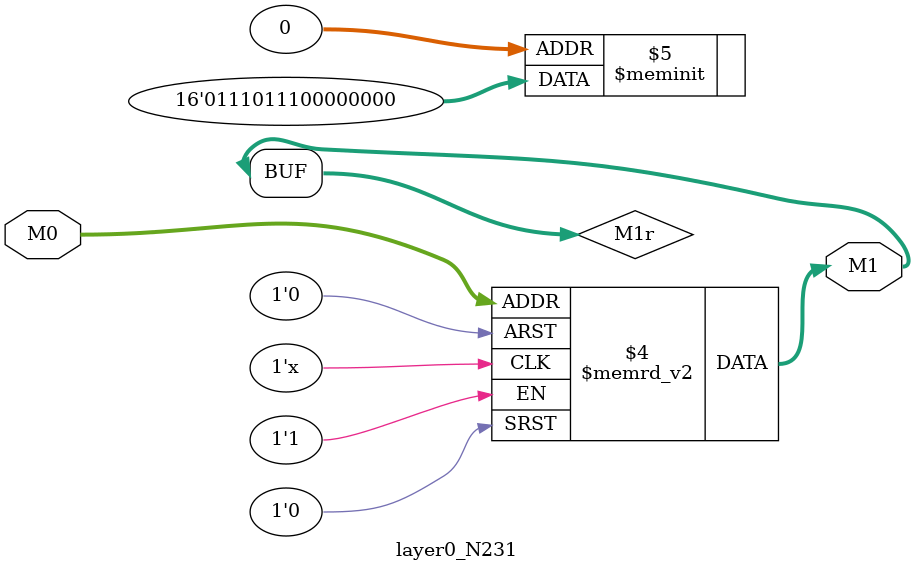
<source format=v>
module layer0_N231 ( input [2:0] M0, output [1:0] M1 );

	(*rom_style = "distributed" *) reg [1:0] M1r;
	assign M1 = M1r;
	always @ (M0) begin
		case (M0)
			3'b000: M1r = 2'b00;
			3'b100: M1r = 2'b11;
			3'b010: M1r = 2'b00;
			3'b110: M1r = 2'b11;
			3'b001: M1r = 2'b00;
			3'b101: M1r = 2'b01;
			3'b011: M1r = 2'b00;
			3'b111: M1r = 2'b01;

		endcase
	end
endmodule

</source>
